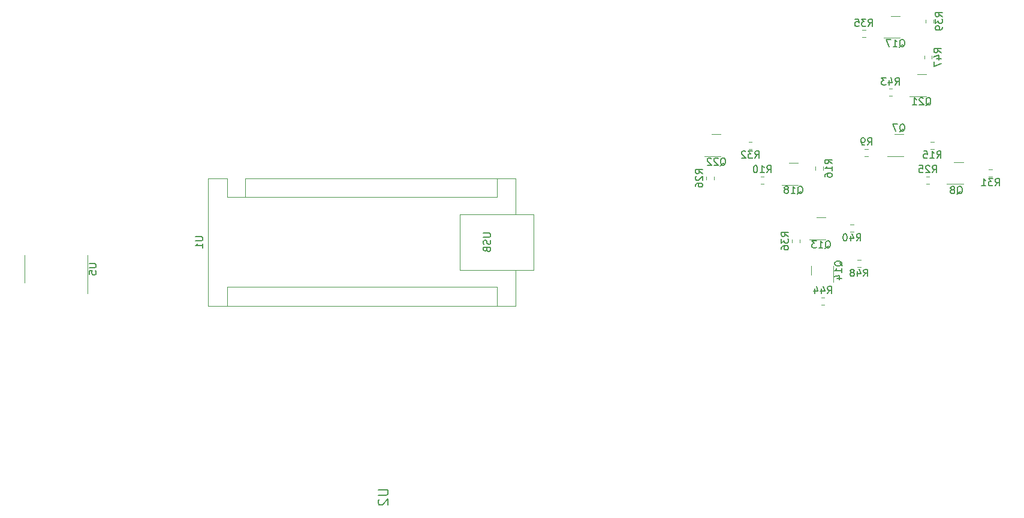
<source format=gbr>
%TF.GenerationSoftware,KiCad,Pcbnew,(7.0.0)*%
%TF.CreationDate,2023-04-25T13:09:25+01:00*%
%TF.ProjectId,controller,636f6e74-726f-46c6-9c65-722e6b696361,V1.2*%
%TF.SameCoordinates,Original*%
%TF.FileFunction,Legend,Bot*%
%TF.FilePolarity,Positive*%
%FSLAX46Y46*%
G04 Gerber Fmt 4.6, Leading zero omitted, Abs format (unit mm)*
G04 Created by KiCad (PCBNEW (7.0.0)) date 2023-04-25 13:09:25*
%MOMM*%
%LPD*%
G01*
G04 APERTURE LIST*
%ADD10C,0.150000*%
%ADD11C,0.120000*%
G04 APERTURE END LIST*
D10*
%TO.C,R25*%
X226367857Y-48437380D02*
X226701190Y-47961190D01*
X226939285Y-48437380D02*
X226939285Y-47437380D01*
X226939285Y-47437380D02*
X226558333Y-47437380D01*
X226558333Y-47437380D02*
X226463095Y-47485000D01*
X226463095Y-47485000D02*
X226415476Y-47532619D01*
X226415476Y-47532619D02*
X226367857Y-47627857D01*
X226367857Y-47627857D02*
X226367857Y-47770714D01*
X226367857Y-47770714D02*
X226415476Y-47865952D01*
X226415476Y-47865952D02*
X226463095Y-47913571D01*
X226463095Y-47913571D02*
X226558333Y-47961190D01*
X226558333Y-47961190D02*
X226939285Y-47961190D01*
X225986904Y-47532619D02*
X225939285Y-47485000D01*
X225939285Y-47485000D02*
X225844047Y-47437380D01*
X225844047Y-47437380D02*
X225605952Y-47437380D01*
X225605952Y-47437380D02*
X225510714Y-47485000D01*
X225510714Y-47485000D02*
X225463095Y-47532619D01*
X225463095Y-47532619D02*
X225415476Y-47627857D01*
X225415476Y-47627857D02*
X225415476Y-47723095D01*
X225415476Y-47723095D02*
X225463095Y-47865952D01*
X225463095Y-47865952D02*
X226034523Y-48437380D01*
X226034523Y-48437380D02*
X225415476Y-48437380D01*
X224510714Y-47437380D02*
X224986904Y-47437380D01*
X224986904Y-47437380D02*
X225034523Y-47913571D01*
X225034523Y-47913571D02*
X224986904Y-47865952D01*
X224986904Y-47865952D02*
X224891666Y-47818333D01*
X224891666Y-47818333D02*
X224653571Y-47818333D01*
X224653571Y-47818333D02*
X224558333Y-47865952D01*
X224558333Y-47865952D02*
X224510714Y-47913571D01*
X224510714Y-47913571D02*
X224463095Y-48008809D01*
X224463095Y-48008809D02*
X224463095Y-48246904D01*
X224463095Y-48246904D02*
X224510714Y-48342142D01*
X224510714Y-48342142D02*
X224558333Y-48389761D01*
X224558333Y-48389761D02*
X224653571Y-48437380D01*
X224653571Y-48437380D02*
X224891666Y-48437380D01*
X224891666Y-48437380D02*
X224986904Y-48389761D01*
X224986904Y-48389761D02*
X225034523Y-48342142D01*
%TO.C,R43*%
X221117857Y-36037380D02*
X221451190Y-35561190D01*
X221689285Y-36037380D02*
X221689285Y-35037380D01*
X221689285Y-35037380D02*
X221308333Y-35037380D01*
X221308333Y-35037380D02*
X221213095Y-35085000D01*
X221213095Y-35085000D02*
X221165476Y-35132619D01*
X221165476Y-35132619D02*
X221117857Y-35227857D01*
X221117857Y-35227857D02*
X221117857Y-35370714D01*
X221117857Y-35370714D02*
X221165476Y-35465952D01*
X221165476Y-35465952D02*
X221213095Y-35513571D01*
X221213095Y-35513571D02*
X221308333Y-35561190D01*
X221308333Y-35561190D02*
X221689285Y-35561190D01*
X220260714Y-35370714D02*
X220260714Y-36037380D01*
X220498809Y-34989761D02*
X220736904Y-35704047D01*
X220736904Y-35704047D02*
X220117857Y-35704047D01*
X219832142Y-35037380D02*
X219213095Y-35037380D01*
X219213095Y-35037380D02*
X219546428Y-35418333D01*
X219546428Y-35418333D02*
X219403571Y-35418333D01*
X219403571Y-35418333D02*
X219308333Y-35465952D01*
X219308333Y-35465952D02*
X219260714Y-35513571D01*
X219260714Y-35513571D02*
X219213095Y-35608809D01*
X219213095Y-35608809D02*
X219213095Y-35846904D01*
X219213095Y-35846904D02*
X219260714Y-35942142D01*
X219260714Y-35942142D02*
X219308333Y-35989761D01*
X219308333Y-35989761D02*
X219403571Y-36037380D01*
X219403571Y-36037380D02*
X219689285Y-36037380D01*
X219689285Y-36037380D02*
X219784523Y-35989761D01*
X219784523Y-35989761D02*
X219832142Y-35942142D01*
%TO.C,U5*%
X107297380Y-61298095D02*
X108106904Y-61298095D01*
X108106904Y-61298095D02*
X108202142Y-61345714D01*
X108202142Y-61345714D02*
X108249761Y-61393333D01*
X108249761Y-61393333D02*
X108297380Y-61488571D01*
X108297380Y-61488571D02*
X108297380Y-61679047D01*
X108297380Y-61679047D02*
X108249761Y-61774285D01*
X108249761Y-61774285D02*
X108202142Y-61821904D01*
X108202142Y-61821904D02*
X108106904Y-61869523D01*
X108106904Y-61869523D02*
X107297380Y-61869523D01*
X107297380Y-62821904D02*
X107297380Y-62345714D01*
X107297380Y-62345714D02*
X107773571Y-62298095D01*
X107773571Y-62298095D02*
X107725952Y-62345714D01*
X107725952Y-62345714D02*
X107678333Y-62440952D01*
X107678333Y-62440952D02*
X107678333Y-62679047D01*
X107678333Y-62679047D02*
X107725952Y-62774285D01*
X107725952Y-62774285D02*
X107773571Y-62821904D01*
X107773571Y-62821904D02*
X107868809Y-62869523D01*
X107868809Y-62869523D02*
X108106904Y-62869523D01*
X108106904Y-62869523D02*
X108202142Y-62821904D01*
X108202142Y-62821904D02*
X108249761Y-62774285D01*
X108249761Y-62774285D02*
X108297380Y-62679047D01*
X108297380Y-62679047D02*
X108297380Y-62440952D01*
X108297380Y-62440952D02*
X108249761Y-62345714D01*
X108249761Y-62345714D02*
X108202142Y-62298095D01*
%TO.C,R39*%
X227797380Y-26382142D02*
X227321190Y-26048809D01*
X227797380Y-25810714D02*
X226797380Y-25810714D01*
X226797380Y-25810714D02*
X226797380Y-26191666D01*
X226797380Y-26191666D02*
X226845000Y-26286904D01*
X226845000Y-26286904D02*
X226892619Y-26334523D01*
X226892619Y-26334523D02*
X226987857Y-26382142D01*
X226987857Y-26382142D02*
X227130714Y-26382142D01*
X227130714Y-26382142D02*
X227225952Y-26334523D01*
X227225952Y-26334523D02*
X227273571Y-26286904D01*
X227273571Y-26286904D02*
X227321190Y-26191666D01*
X227321190Y-26191666D02*
X227321190Y-25810714D01*
X226797380Y-26715476D02*
X226797380Y-27334523D01*
X226797380Y-27334523D02*
X227178333Y-27001190D01*
X227178333Y-27001190D02*
X227178333Y-27144047D01*
X227178333Y-27144047D02*
X227225952Y-27239285D01*
X227225952Y-27239285D02*
X227273571Y-27286904D01*
X227273571Y-27286904D02*
X227368809Y-27334523D01*
X227368809Y-27334523D02*
X227606904Y-27334523D01*
X227606904Y-27334523D02*
X227702142Y-27286904D01*
X227702142Y-27286904D02*
X227749761Y-27239285D01*
X227749761Y-27239285D02*
X227797380Y-27144047D01*
X227797380Y-27144047D02*
X227797380Y-26858333D01*
X227797380Y-26858333D02*
X227749761Y-26763095D01*
X227749761Y-26763095D02*
X227702142Y-26715476D01*
X227797380Y-27810714D02*
X227797380Y-28001190D01*
X227797380Y-28001190D02*
X227749761Y-28096428D01*
X227749761Y-28096428D02*
X227702142Y-28144047D01*
X227702142Y-28144047D02*
X227559285Y-28239285D01*
X227559285Y-28239285D02*
X227368809Y-28286904D01*
X227368809Y-28286904D02*
X226987857Y-28286904D01*
X226987857Y-28286904D02*
X226892619Y-28239285D01*
X226892619Y-28239285D02*
X226845000Y-28191666D01*
X226845000Y-28191666D02*
X226797380Y-28096428D01*
X226797380Y-28096428D02*
X226797380Y-27905952D01*
X226797380Y-27905952D02*
X226845000Y-27810714D01*
X226845000Y-27810714D02*
X226892619Y-27763095D01*
X226892619Y-27763095D02*
X226987857Y-27715476D01*
X226987857Y-27715476D02*
X227225952Y-27715476D01*
X227225952Y-27715476D02*
X227321190Y-27763095D01*
X227321190Y-27763095D02*
X227368809Y-27810714D01*
X227368809Y-27810714D02*
X227416428Y-27905952D01*
X227416428Y-27905952D02*
X227416428Y-28096428D01*
X227416428Y-28096428D02*
X227368809Y-28191666D01*
X227368809Y-28191666D02*
X227321190Y-28239285D01*
X227321190Y-28239285D02*
X227225952Y-28286904D01*
%TO.C,Q22*%
X196433928Y-47462619D02*
X196529166Y-47415000D01*
X196529166Y-47415000D02*
X196624404Y-47319761D01*
X196624404Y-47319761D02*
X196767261Y-47176904D01*
X196767261Y-47176904D02*
X196862499Y-47129285D01*
X196862499Y-47129285D02*
X196957737Y-47129285D01*
X196910118Y-47367380D02*
X197005356Y-47319761D01*
X197005356Y-47319761D02*
X197100594Y-47224523D01*
X197100594Y-47224523D02*
X197148213Y-47034047D01*
X197148213Y-47034047D02*
X197148213Y-46700714D01*
X197148213Y-46700714D02*
X197100594Y-46510238D01*
X197100594Y-46510238D02*
X197005356Y-46415000D01*
X197005356Y-46415000D02*
X196910118Y-46367380D01*
X196910118Y-46367380D02*
X196719642Y-46367380D01*
X196719642Y-46367380D02*
X196624404Y-46415000D01*
X196624404Y-46415000D02*
X196529166Y-46510238D01*
X196529166Y-46510238D02*
X196481547Y-46700714D01*
X196481547Y-46700714D02*
X196481547Y-47034047D01*
X196481547Y-47034047D02*
X196529166Y-47224523D01*
X196529166Y-47224523D02*
X196624404Y-47319761D01*
X196624404Y-47319761D02*
X196719642Y-47367380D01*
X196719642Y-47367380D02*
X196910118Y-47367380D01*
X196100594Y-46462619D02*
X196052975Y-46415000D01*
X196052975Y-46415000D02*
X195957737Y-46367380D01*
X195957737Y-46367380D02*
X195719642Y-46367380D01*
X195719642Y-46367380D02*
X195624404Y-46415000D01*
X195624404Y-46415000D02*
X195576785Y-46462619D01*
X195576785Y-46462619D02*
X195529166Y-46557857D01*
X195529166Y-46557857D02*
X195529166Y-46653095D01*
X195529166Y-46653095D02*
X195576785Y-46795952D01*
X195576785Y-46795952D02*
X196148213Y-47367380D01*
X196148213Y-47367380D02*
X195529166Y-47367380D01*
X195148213Y-46462619D02*
X195100594Y-46415000D01*
X195100594Y-46415000D02*
X195005356Y-46367380D01*
X195005356Y-46367380D02*
X194767261Y-46367380D01*
X194767261Y-46367380D02*
X194672023Y-46415000D01*
X194672023Y-46415000D02*
X194624404Y-46462619D01*
X194624404Y-46462619D02*
X194576785Y-46557857D01*
X194576785Y-46557857D02*
X194576785Y-46653095D01*
X194576785Y-46653095D02*
X194624404Y-46795952D01*
X194624404Y-46795952D02*
X195195832Y-47367380D01*
X195195832Y-47367380D02*
X194576785Y-47367380D01*
%TO.C,R9*%
X217241666Y-44537380D02*
X217574999Y-44061190D01*
X217813094Y-44537380D02*
X217813094Y-43537380D01*
X217813094Y-43537380D02*
X217432142Y-43537380D01*
X217432142Y-43537380D02*
X217336904Y-43585000D01*
X217336904Y-43585000D02*
X217289285Y-43632619D01*
X217289285Y-43632619D02*
X217241666Y-43727857D01*
X217241666Y-43727857D02*
X217241666Y-43870714D01*
X217241666Y-43870714D02*
X217289285Y-43965952D01*
X217289285Y-43965952D02*
X217336904Y-44013571D01*
X217336904Y-44013571D02*
X217432142Y-44061190D01*
X217432142Y-44061190D02*
X217813094Y-44061190D01*
X216765475Y-44537380D02*
X216574999Y-44537380D01*
X216574999Y-44537380D02*
X216479761Y-44489761D01*
X216479761Y-44489761D02*
X216432142Y-44442142D01*
X216432142Y-44442142D02*
X216336904Y-44299285D01*
X216336904Y-44299285D02*
X216289285Y-44108809D01*
X216289285Y-44108809D02*
X216289285Y-43727857D01*
X216289285Y-43727857D02*
X216336904Y-43632619D01*
X216336904Y-43632619D02*
X216384523Y-43585000D01*
X216384523Y-43585000D02*
X216479761Y-43537380D01*
X216479761Y-43537380D02*
X216670237Y-43537380D01*
X216670237Y-43537380D02*
X216765475Y-43585000D01*
X216765475Y-43585000D02*
X216813094Y-43632619D01*
X216813094Y-43632619D02*
X216860713Y-43727857D01*
X216860713Y-43727857D02*
X216860713Y-43965952D01*
X216860713Y-43965952D02*
X216813094Y-44061190D01*
X216813094Y-44061190D02*
X216765475Y-44108809D01*
X216765475Y-44108809D02*
X216670237Y-44156428D01*
X216670237Y-44156428D02*
X216479761Y-44156428D01*
X216479761Y-44156428D02*
X216384523Y-44108809D01*
X216384523Y-44108809D02*
X216336904Y-44061190D01*
X216336904Y-44061190D02*
X216289285Y-43965952D01*
%TO.C,R32*%
X201317857Y-46397380D02*
X201651190Y-45921190D01*
X201889285Y-46397380D02*
X201889285Y-45397380D01*
X201889285Y-45397380D02*
X201508333Y-45397380D01*
X201508333Y-45397380D02*
X201413095Y-45445000D01*
X201413095Y-45445000D02*
X201365476Y-45492619D01*
X201365476Y-45492619D02*
X201317857Y-45587857D01*
X201317857Y-45587857D02*
X201317857Y-45730714D01*
X201317857Y-45730714D02*
X201365476Y-45825952D01*
X201365476Y-45825952D02*
X201413095Y-45873571D01*
X201413095Y-45873571D02*
X201508333Y-45921190D01*
X201508333Y-45921190D02*
X201889285Y-45921190D01*
X200984523Y-45397380D02*
X200365476Y-45397380D01*
X200365476Y-45397380D02*
X200698809Y-45778333D01*
X200698809Y-45778333D02*
X200555952Y-45778333D01*
X200555952Y-45778333D02*
X200460714Y-45825952D01*
X200460714Y-45825952D02*
X200413095Y-45873571D01*
X200413095Y-45873571D02*
X200365476Y-45968809D01*
X200365476Y-45968809D02*
X200365476Y-46206904D01*
X200365476Y-46206904D02*
X200413095Y-46302142D01*
X200413095Y-46302142D02*
X200460714Y-46349761D01*
X200460714Y-46349761D02*
X200555952Y-46397380D01*
X200555952Y-46397380D02*
X200841666Y-46397380D01*
X200841666Y-46397380D02*
X200936904Y-46349761D01*
X200936904Y-46349761D02*
X200984523Y-46302142D01*
X199984523Y-45492619D02*
X199936904Y-45445000D01*
X199936904Y-45445000D02*
X199841666Y-45397380D01*
X199841666Y-45397380D02*
X199603571Y-45397380D01*
X199603571Y-45397380D02*
X199508333Y-45445000D01*
X199508333Y-45445000D02*
X199460714Y-45492619D01*
X199460714Y-45492619D02*
X199413095Y-45587857D01*
X199413095Y-45587857D02*
X199413095Y-45683095D01*
X199413095Y-45683095D02*
X199460714Y-45825952D01*
X199460714Y-45825952D02*
X200032142Y-46397380D01*
X200032142Y-46397380D02*
X199413095Y-46397380D01*
%TO.C,R10*%
X203017857Y-48437380D02*
X203351190Y-47961190D01*
X203589285Y-48437380D02*
X203589285Y-47437380D01*
X203589285Y-47437380D02*
X203208333Y-47437380D01*
X203208333Y-47437380D02*
X203113095Y-47485000D01*
X203113095Y-47485000D02*
X203065476Y-47532619D01*
X203065476Y-47532619D02*
X203017857Y-47627857D01*
X203017857Y-47627857D02*
X203017857Y-47770714D01*
X203017857Y-47770714D02*
X203065476Y-47865952D01*
X203065476Y-47865952D02*
X203113095Y-47913571D01*
X203113095Y-47913571D02*
X203208333Y-47961190D01*
X203208333Y-47961190D02*
X203589285Y-47961190D01*
X202065476Y-48437380D02*
X202636904Y-48437380D01*
X202351190Y-48437380D02*
X202351190Y-47437380D01*
X202351190Y-47437380D02*
X202446428Y-47580238D01*
X202446428Y-47580238D02*
X202541666Y-47675476D01*
X202541666Y-47675476D02*
X202636904Y-47723095D01*
X201446428Y-47437380D02*
X201351190Y-47437380D01*
X201351190Y-47437380D02*
X201255952Y-47485000D01*
X201255952Y-47485000D02*
X201208333Y-47532619D01*
X201208333Y-47532619D02*
X201160714Y-47627857D01*
X201160714Y-47627857D02*
X201113095Y-47818333D01*
X201113095Y-47818333D02*
X201113095Y-48056428D01*
X201113095Y-48056428D02*
X201160714Y-48246904D01*
X201160714Y-48246904D02*
X201208333Y-48342142D01*
X201208333Y-48342142D02*
X201255952Y-48389761D01*
X201255952Y-48389761D02*
X201351190Y-48437380D01*
X201351190Y-48437380D02*
X201446428Y-48437380D01*
X201446428Y-48437380D02*
X201541666Y-48389761D01*
X201541666Y-48389761D02*
X201589285Y-48342142D01*
X201589285Y-48342142D02*
X201636904Y-48246904D01*
X201636904Y-48246904D02*
X201684523Y-48056428D01*
X201684523Y-48056428D02*
X201684523Y-47818333D01*
X201684523Y-47818333D02*
X201636904Y-47627857D01*
X201636904Y-47627857D02*
X201589285Y-47532619D01*
X201589285Y-47532619D02*
X201541666Y-47485000D01*
X201541666Y-47485000D02*
X201446428Y-47437380D01*
%TO.C,R40*%
X215667857Y-58097380D02*
X216001190Y-57621190D01*
X216239285Y-58097380D02*
X216239285Y-57097380D01*
X216239285Y-57097380D02*
X215858333Y-57097380D01*
X215858333Y-57097380D02*
X215763095Y-57145000D01*
X215763095Y-57145000D02*
X215715476Y-57192619D01*
X215715476Y-57192619D02*
X215667857Y-57287857D01*
X215667857Y-57287857D02*
X215667857Y-57430714D01*
X215667857Y-57430714D02*
X215715476Y-57525952D01*
X215715476Y-57525952D02*
X215763095Y-57573571D01*
X215763095Y-57573571D02*
X215858333Y-57621190D01*
X215858333Y-57621190D02*
X216239285Y-57621190D01*
X214810714Y-57430714D02*
X214810714Y-58097380D01*
X215048809Y-57049761D02*
X215286904Y-57764047D01*
X215286904Y-57764047D02*
X214667857Y-57764047D01*
X214096428Y-57097380D02*
X214001190Y-57097380D01*
X214001190Y-57097380D02*
X213905952Y-57145000D01*
X213905952Y-57145000D02*
X213858333Y-57192619D01*
X213858333Y-57192619D02*
X213810714Y-57287857D01*
X213810714Y-57287857D02*
X213763095Y-57478333D01*
X213763095Y-57478333D02*
X213763095Y-57716428D01*
X213763095Y-57716428D02*
X213810714Y-57906904D01*
X213810714Y-57906904D02*
X213858333Y-58002142D01*
X213858333Y-58002142D02*
X213905952Y-58049761D01*
X213905952Y-58049761D02*
X214001190Y-58097380D01*
X214001190Y-58097380D02*
X214096428Y-58097380D01*
X214096428Y-58097380D02*
X214191666Y-58049761D01*
X214191666Y-58049761D02*
X214239285Y-58002142D01*
X214239285Y-58002142D02*
X214286904Y-57906904D01*
X214286904Y-57906904D02*
X214334523Y-57716428D01*
X214334523Y-57716428D02*
X214334523Y-57478333D01*
X214334523Y-57478333D02*
X214286904Y-57287857D01*
X214286904Y-57287857D02*
X214239285Y-57192619D01*
X214239285Y-57192619D02*
X214191666Y-57145000D01*
X214191666Y-57145000D02*
X214096428Y-57097380D01*
%TO.C,Q8*%
X229850238Y-51502619D02*
X229945476Y-51455000D01*
X229945476Y-51455000D02*
X230040714Y-51359761D01*
X230040714Y-51359761D02*
X230183571Y-51216904D01*
X230183571Y-51216904D02*
X230278809Y-51169285D01*
X230278809Y-51169285D02*
X230374047Y-51169285D01*
X230326428Y-51407380D02*
X230421666Y-51359761D01*
X230421666Y-51359761D02*
X230516904Y-51264523D01*
X230516904Y-51264523D02*
X230564523Y-51074047D01*
X230564523Y-51074047D02*
X230564523Y-50740714D01*
X230564523Y-50740714D02*
X230516904Y-50550238D01*
X230516904Y-50550238D02*
X230421666Y-50455000D01*
X230421666Y-50455000D02*
X230326428Y-50407380D01*
X230326428Y-50407380D02*
X230135952Y-50407380D01*
X230135952Y-50407380D02*
X230040714Y-50455000D01*
X230040714Y-50455000D02*
X229945476Y-50550238D01*
X229945476Y-50550238D02*
X229897857Y-50740714D01*
X229897857Y-50740714D02*
X229897857Y-51074047D01*
X229897857Y-51074047D02*
X229945476Y-51264523D01*
X229945476Y-51264523D02*
X230040714Y-51359761D01*
X230040714Y-51359761D02*
X230135952Y-51407380D01*
X230135952Y-51407380D02*
X230326428Y-51407380D01*
X229326428Y-50835952D02*
X229421666Y-50788333D01*
X229421666Y-50788333D02*
X229469285Y-50740714D01*
X229469285Y-50740714D02*
X229516904Y-50645476D01*
X229516904Y-50645476D02*
X229516904Y-50597857D01*
X229516904Y-50597857D02*
X229469285Y-50502619D01*
X229469285Y-50502619D02*
X229421666Y-50455000D01*
X229421666Y-50455000D02*
X229326428Y-50407380D01*
X229326428Y-50407380D02*
X229135952Y-50407380D01*
X229135952Y-50407380D02*
X229040714Y-50455000D01*
X229040714Y-50455000D02*
X228993095Y-50502619D01*
X228993095Y-50502619D02*
X228945476Y-50597857D01*
X228945476Y-50597857D02*
X228945476Y-50645476D01*
X228945476Y-50645476D02*
X228993095Y-50740714D01*
X228993095Y-50740714D02*
X229040714Y-50788333D01*
X229040714Y-50788333D02*
X229135952Y-50835952D01*
X229135952Y-50835952D02*
X229326428Y-50835952D01*
X229326428Y-50835952D02*
X229421666Y-50883571D01*
X229421666Y-50883571D02*
X229469285Y-50931190D01*
X229469285Y-50931190D02*
X229516904Y-51026428D01*
X229516904Y-51026428D02*
X229516904Y-51216904D01*
X229516904Y-51216904D02*
X229469285Y-51312142D01*
X229469285Y-51312142D02*
X229421666Y-51359761D01*
X229421666Y-51359761D02*
X229326428Y-51407380D01*
X229326428Y-51407380D02*
X229135952Y-51407380D01*
X229135952Y-51407380D02*
X229040714Y-51359761D01*
X229040714Y-51359761D02*
X228993095Y-51312142D01*
X228993095Y-51312142D02*
X228945476Y-51216904D01*
X228945476Y-51216904D02*
X228945476Y-51026428D01*
X228945476Y-51026428D02*
X228993095Y-50931190D01*
X228993095Y-50931190D02*
X229040714Y-50883571D01*
X229040714Y-50883571D02*
X229135952Y-50835952D01*
%TO.C,U2*%
X148124333Y-93251333D02*
X149257666Y-93251333D01*
X149257666Y-93251333D02*
X149391000Y-93318000D01*
X149391000Y-93318000D02*
X149457666Y-93384666D01*
X149457666Y-93384666D02*
X149524333Y-93518000D01*
X149524333Y-93518000D02*
X149524333Y-93784666D01*
X149524333Y-93784666D02*
X149457666Y-93918000D01*
X149457666Y-93918000D02*
X149391000Y-93984666D01*
X149391000Y-93984666D02*
X149257666Y-94051333D01*
X149257666Y-94051333D02*
X148124333Y-94051333D01*
X148257666Y-94651333D02*
X148191000Y-94718000D01*
X148191000Y-94718000D02*
X148124333Y-94851333D01*
X148124333Y-94851333D02*
X148124333Y-95184667D01*
X148124333Y-95184667D02*
X148191000Y-95318000D01*
X148191000Y-95318000D02*
X148257666Y-95384667D01*
X148257666Y-95384667D02*
X148391000Y-95451333D01*
X148391000Y-95451333D02*
X148524333Y-95451333D01*
X148524333Y-95451333D02*
X148724333Y-95384667D01*
X148724333Y-95384667D02*
X149524333Y-94584667D01*
X149524333Y-94584667D02*
X149524333Y-95451333D01*
%TO.C,R26*%
X193937380Y-48582142D02*
X193461190Y-48248809D01*
X193937380Y-48010714D02*
X192937380Y-48010714D01*
X192937380Y-48010714D02*
X192937380Y-48391666D01*
X192937380Y-48391666D02*
X192985000Y-48486904D01*
X192985000Y-48486904D02*
X193032619Y-48534523D01*
X193032619Y-48534523D02*
X193127857Y-48582142D01*
X193127857Y-48582142D02*
X193270714Y-48582142D01*
X193270714Y-48582142D02*
X193365952Y-48534523D01*
X193365952Y-48534523D02*
X193413571Y-48486904D01*
X193413571Y-48486904D02*
X193461190Y-48391666D01*
X193461190Y-48391666D02*
X193461190Y-48010714D01*
X193032619Y-48963095D02*
X192985000Y-49010714D01*
X192985000Y-49010714D02*
X192937380Y-49105952D01*
X192937380Y-49105952D02*
X192937380Y-49344047D01*
X192937380Y-49344047D02*
X192985000Y-49439285D01*
X192985000Y-49439285D02*
X193032619Y-49486904D01*
X193032619Y-49486904D02*
X193127857Y-49534523D01*
X193127857Y-49534523D02*
X193223095Y-49534523D01*
X193223095Y-49534523D02*
X193365952Y-49486904D01*
X193365952Y-49486904D02*
X193937380Y-48915476D01*
X193937380Y-48915476D02*
X193937380Y-49534523D01*
X192937380Y-50391666D02*
X192937380Y-50201190D01*
X192937380Y-50201190D02*
X192985000Y-50105952D01*
X192985000Y-50105952D02*
X193032619Y-50058333D01*
X193032619Y-50058333D02*
X193175476Y-49963095D01*
X193175476Y-49963095D02*
X193365952Y-49915476D01*
X193365952Y-49915476D02*
X193746904Y-49915476D01*
X193746904Y-49915476D02*
X193842142Y-49963095D01*
X193842142Y-49963095D02*
X193889761Y-50010714D01*
X193889761Y-50010714D02*
X193937380Y-50105952D01*
X193937380Y-50105952D02*
X193937380Y-50296428D01*
X193937380Y-50296428D02*
X193889761Y-50391666D01*
X193889761Y-50391666D02*
X193842142Y-50439285D01*
X193842142Y-50439285D02*
X193746904Y-50486904D01*
X193746904Y-50486904D02*
X193508809Y-50486904D01*
X193508809Y-50486904D02*
X193413571Y-50439285D01*
X193413571Y-50439285D02*
X193365952Y-50391666D01*
X193365952Y-50391666D02*
X193318333Y-50296428D01*
X193318333Y-50296428D02*
X193318333Y-50105952D01*
X193318333Y-50105952D02*
X193365952Y-50010714D01*
X193365952Y-50010714D02*
X193413571Y-49963095D01*
X193413571Y-49963095D02*
X193508809Y-49915476D01*
%TO.C,U1*%
X122337380Y-57488095D02*
X123146904Y-57488095D01*
X123146904Y-57488095D02*
X123242142Y-57535714D01*
X123242142Y-57535714D02*
X123289761Y-57583333D01*
X123289761Y-57583333D02*
X123337380Y-57678571D01*
X123337380Y-57678571D02*
X123337380Y-57869047D01*
X123337380Y-57869047D02*
X123289761Y-57964285D01*
X123289761Y-57964285D02*
X123242142Y-58011904D01*
X123242142Y-58011904D02*
X123146904Y-58059523D01*
X123146904Y-58059523D02*
X122337380Y-58059523D01*
X123337380Y-59059523D02*
X123337380Y-58488095D01*
X123337380Y-58773809D02*
X122337380Y-58773809D01*
X122337380Y-58773809D02*
X122480238Y-58678571D01*
X122480238Y-58678571D02*
X122575476Y-58583333D01*
X122575476Y-58583333D02*
X122623095Y-58488095D01*
X162977380Y-56988095D02*
X163786904Y-56988095D01*
X163786904Y-56988095D02*
X163882142Y-57035714D01*
X163882142Y-57035714D02*
X163929761Y-57083333D01*
X163929761Y-57083333D02*
X163977380Y-57178571D01*
X163977380Y-57178571D02*
X163977380Y-57369047D01*
X163977380Y-57369047D02*
X163929761Y-57464285D01*
X163929761Y-57464285D02*
X163882142Y-57511904D01*
X163882142Y-57511904D02*
X163786904Y-57559523D01*
X163786904Y-57559523D02*
X162977380Y-57559523D01*
X163929761Y-57988095D02*
X163977380Y-58130952D01*
X163977380Y-58130952D02*
X163977380Y-58369047D01*
X163977380Y-58369047D02*
X163929761Y-58464285D01*
X163929761Y-58464285D02*
X163882142Y-58511904D01*
X163882142Y-58511904D02*
X163786904Y-58559523D01*
X163786904Y-58559523D02*
X163691666Y-58559523D01*
X163691666Y-58559523D02*
X163596428Y-58511904D01*
X163596428Y-58511904D02*
X163548809Y-58464285D01*
X163548809Y-58464285D02*
X163501190Y-58369047D01*
X163501190Y-58369047D02*
X163453571Y-58178571D01*
X163453571Y-58178571D02*
X163405952Y-58083333D01*
X163405952Y-58083333D02*
X163358333Y-58035714D01*
X163358333Y-58035714D02*
X163263095Y-57988095D01*
X163263095Y-57988095D02*
X163167857Y-57988095D01*
X163167857Y-57988095D02*
X163072619Y-58035714D01*
X163072619Y-58035714D02*
X163025000Y-58083333D01*
X163025000Y-58083333D02*
X162977380Y-58178571D01*
X162977380Y-58178571D02*
X162977380Y-58416666D01*
X162977380Y-58416666D02*
X163025000Y-58559523D01*
X163453571Y-59321428D02*
X163501190Y-59464285D01*
X163501190Y-59464285D02*
X163548809Y-59511904D01*
X163548809Y-59511904D02*
X163644047Y-59559523D01*
X163644047Y-59559523D02*
X163786904Y-59559523D01*
X163786904Y-59559523D02*
X163882142Y-59511904D01*
X163882142Y-59511904D02*
X163929761Y-59464285D01*
X163929761Y-59464285D02*
X163977380Y-59369047D01*
X163977380Y-59369047D02*
X163977380Y-58988095D01*
X163977380Y-58988095D02*
X162977380Y-58988095D01*
X162977380Y-58988095D02*
X162977380Y-59321428D01*
X162977380Y-59321428D02*
X163025000Y-59416666D01*
X163025000Y-59416666D02*
X163072619Y-59464285D01*
X163072619Y-59464285D02*
X163167857Y-59511904D01*
X163167857Y-59511904D02*
X163263095Y-59511904D01*
X163263095Y-59511904D02*
X163358333Y-59464285D01*
X163358333Y-59464285D02*
X163405952Y-59416666D01*
X163405952Y-59416666D02*
X163453571Y-59321428D01*
X163453571Y-59321428D02*
X163453571Y-58988095D01*
%TO.C,R35*%
X217342857Y-27737380D02*
X217676190Y-27261190D01*
X217914285Y-27737380D02*
X217914285Y-26737380D01*
X217914285Y-26737380D02*
X217533333Y-26737380D01*
X217533333Y-26737380D02*
X217438095Y-26785000D01*
X217438095Y-26785000D02*
X217390476Y-26832619D01*
X217390476Y-26832619D02*
X217342857Y-26927857D01*
X217342857Y-26927857D02*
X217342857Y-27070714D01*
X217342857Y-27070714D02*
X217390476Y-27165952D01*
X217390476Y-27165952D02*
X217438095Y-27213571D01*
X217438095Y-27213571D02*
X217533333Y-27261190D01*
X217533333Y-27261190D02*
X217914285Y-27261190D01*
X217009523Y-26737380D02*
X216390476Y-26737380D01*
X216390476Y-26737380D02*
X216723809Y-27118333D01*
X216723809Y-27118333D02*
X216580952Y-27118333D01*
X216580952Y-27118333D02*
X216485714Y-27165952D01*
X216485714Y-27165952D02*
X216438095Y-27213571D01*
X216438095Y-27213571D02*
X216390476Y-27308809D01*
X216390476Y-27308809D02*
X216390476Y-27546904D01*
X216390476Y-27546904D02*
X216438095Y-27642142D01*
X216438095Y-27642142D02*
X216485714Y-27689761D01*
X216485714Y-27689761D02*
X216580952Y-27737380D01*
X216580952Y-27737380D02*
X216866666Y-27737380D01*
X216866666Y-27737380D02*
X216961904Y-27689761D01*
X216961904Y-27689761D02*
X217009523Y-27642142D01*
X215485714Y-26737380D02*
X215961904Y-26737380D01*
X215961904Y-26737380D02*
X216009523Y-27213571D01*
X216009523Y-27213571D02*
X215961904Y-27165952D01*
X215961904Y-27165952D02*
X215866666Y-27118333D01*
X215866666Y-27118333D02*
X215628571Y-27118333D01*
X215628571Y-27118333D02*
X215533333Y-27165952D01*
X215533333Y-27165952D02*
X215485714Y-27213571D01*
X215485714Y-27213571D02*
X215438095Y-27308809D01*
X215438095Y-27308809D02*
X215438095Y-27546904D01*
X215438095Y-27546904D02*
X215485714Y-27642142D01*
X215485714Y-27642142D02*
X215533333Y-27689761D01*
X215533333Y-27689761D02*
X215628571Y-27737380D01*
X215628571Y-27737380D02*
X215866666Y-27737380D01*
X215866666Y-27737380D02*
X215961904Y-27689761D01*
X215961904Y-27689761D02*
X216009523Y-27642142D01*
%TO.C,Q13*%
X211233928Y-59162619D02*
X211329166Y-59115000D01*
X211329166Y-59115000D02*
X211424404Y-59019761D01*
X211424404Y-59019761D02*
X211567261Y-58876904D01*
X211567261Y-58876904D02*
X211662499Y-58829285D01*
X211662499Y-58829285D02*
X211757737Y-58829285D01*
X211710118Y-59067380D02*
X211805356Y-59019761D01*
X211805356Y-59019761D02*
X211900594Y-58924523D01*
X211900594Y-58924523D02*
X211948213Y-58734047D01*
X211948213Y-58734047D02*
X211948213Y-58400714D01*
X211948213Y-58400714D02*
X211900594Y-58210238D01*
X211900594Y-58210238D02*
X211805356Y-58115000D01*
X211805356Y-58115000D02*
X211710118Y-58067380D01*
X211710118Y-58067380D02*
X211519642Y-58067380D01*
X211519642Y-58067380D02*
X211424404Y-58115000D01*
X211424404Y-58115000D02*
X211329166Y-58210238D01*
X211329166Y-58210238D02*
X211281547Y-58400714D01*
X211281547Y-58400714D02*
X211281547Y-58734047D01*
X211281547Y-58734047D02*
X211329166Y-58924523D01*
X211329166Y-58924523D02*
X211424404Y-59019761D01*
X211424404Y-59019761D02*
X211519642Y-59067380D01*
X211519642Y-59067380D02*
X211710118Y-59067380D01*
X210329166Y-59067380D02*
X210900594Y-59067380D01*
X210614880Y-59067380D02*
X210614880Y-58067380D01*
X210614880Y-58067380D02*
X210710118Y-58210238D01*
X210710118Y-58210238D02*
X210805356Y-58305476D01*
X210805356Y-58305476D02*
X210900594Y-58353095D01*
X209995832Y-58067380D02*
X209376785Y-58067380D01*
X209376785Y-58067380D02*
X209710118Y-58448333D01*
X209710118Y-58448333D02*
X209567261Y-58448333D01*
X209567261Y-58448333D02*
X209472023Y-58495952D01*
X209472023Y-58495952D02*
X209424404Y-58543571D01*
X209424404Y-58543571D02*
X209376785Y-58638809D01*
X209376785Y-58638809D02*
X209376785Y-58876904D01*
X209376785Y-58876904D02*
X209424404Y-58972142D01*
X209424404Y-58972142D02*
X209472023Y-59019761D01*
X209472023Y-59019761D02*
X209567261Y-59067380D01*
X209567261Y-59067380D02*
X209852975Y-59067380D01*
X209852975Y-59067380D02*
X209948213Y-59019761D01*
X209948213Y-59019761D02*
X209995832Y-58972142D01*
%TO.C,Q14*%
X213662619Y-61666071D02*
X213615000Y-61570833D01*
X213615000Y-61570833D02*
X213519761Y-61475595D01*
X213519761Y-61475595D02*
X213376904Y-61332738D01*
X213376904Y-61332738D02*
X213329285Y-61237500D01*
X213329285Y-61237500D02*
X213329285Y-61142262D01*
X213567380Y-61189881D02*
X213519761Y-61094643D01*
X213519761Y-61094643D02*
X213424523Y-60999405D01*
X213424523Y-60999405D02*
X213234047Y-60951786D01*
X213234047Y-60951786D02*
X212900714Y-60951786D01*
X212900714Y-60951786D02*
X212710238Y-60999405D01*
X212710238Y-60999405D02*
X212615000Y-61094643D01*
X212615000Y-61094643D02*
X212567380Y-61189881D01*
X212567380Y-61189881D02*
X212567380Y-61380357D01*
X212567380Y-61380357D02*
X212615000Y-61475595D01*
X212615000Y-61475595D02*
X212710238Y-61570833D01*
X212710238Y-61570833D02*
X212900714Y-61618452D01*
X212900714Y-61618452D02*
X213234047Y-61618452D01*
X213234047Y-61618452D02*
X213424523Y-61570833D01*
X213424523Y-61570833D02*
X213519761Y-61475595D01*
X213519761Y-61475595D02*
X213567380Y-61380357D01*
X213567380Y-61380357D02*
X213567380Y-61189881D01*
X213567380Y-62570833D02*
X213567380Y-61999405D01*
X213567380Y-62285119D02*
X212567380Y-62285119D01*
X212567380Y-62285119D02*
X212710238Y-62189881D01*
X212710238Y-62189881D02*
X212805476Y-62094643D01*
X212805476Y-62094643D02*
X212853095Y-61999405D01*
X212900714Y-63427976D02*
X213567380Y-63427976D01*
X212519761Y-63189881D02*
X213234047Y-62951786D01*
X213234047Y-62951786D02*
X213234047Y-63570833D01*
%TO.C,Q17*%
X221733928Y-30712619D02*
X221829166Y-30665000D01*
X221829166Y-30665000D02*
X221924404Y-30569761D01*
X221924404Y-30569761D02*
X222067261Y-30426904D01*
X222067261Y-30426904D02*
X222162499Y-30379285D01*
X222162499Y-30379285D02*
X222257737Y-30379285D01*
X222210118Y-30617380D02*
X222305356Y-30569761D01*
X222305356Y-30569761D02*
X222400594Y-30474523D01*
X222400594Y-30474523D02*
X222448213Y-30284047D01*
X222448213Y-30284047D02*
X222448213Y-29950714D01*
X222448213Y-29950714D02*
X222400594Y-29760238D01*
X222400594Y-29760238D02*
X222305356Y-29665000D01*
X222305356Y-29665000D02*
X222210118Y-29617380D01*
X222210118Y-29617380D02*
X222019642Y-29617380D01*
X222019642Y-29617380D02*
X221924404Y-29665000D01*
X221924404Y-29665000D02*
X221829166Y-29760238D01*
X221829166Y-29760238D02*
X221781547Y-29950714D01*
X221781547Y-29950714D02*
X221781547Y-30284047D01*
X221781547Y-30284047D02*
X221829166Y-30474523D01*
X221829166Y-30474523D02*
X221924404Y-30569761D01*
X221924404Y-30569761D02*
X222019642Y-30617380D01*
X222019642Y-30617380D02*
X222210118Y-30617380D01*
X220829166Y-30617380D02*
X221400594Y-30617380D01*
X221114880Y-30617380D02*
X221114880Y-29617380D01*
X221114880Y-29617380D02*
X221210118Y-29760238D01*
X221210118Y-29760238D02*
X221305356Y-29855476D01*
X221305356Y-29855476D02*
X221400594Y-29903095D01*
X220495832Y-29617380D02*
X219829166Y-29617380D01*
X219829166Y-29617380D02*
X220257737Y-30617380D01*
%TO.C,Q21*%
X225433928Y-38962619D02*
X225529166Y-38915000D01*
X225529166Y-38915000D02*
X225624404Y-38819761D01*
X225624404Y-38819761D02*
X225767261Y-38676904D01*
X225767261Y-38676904D02*
X225862499Y-38629285D01*
X225862499Y-38629285D02*
X225957737Y-38629285D01*
X225910118Y-38867380D02*
X226005356Y-38819761D01*
X226005356Y-38819761D02*
X226100594Y-38724523D01*
X226100594Y-38724523D02*
X226148213Y-38534047D01*
X226148213Y-38534047D02*
X226148213Y-38200714D01*
X226148213Y-38200714D02*
X226100594Y-38010238D01*
X226100594Y-38010238D02*
X226005356Y-37915000D01*
X226005356Y-37915000D02*
X225910118Y-37867380D01*
X225910118Y-37867380D02*
X225719642Y-37867380D01*
X225719642Y-37867380D02*
X225624404Y-37915000D01*
X225624404Y-37915000D02*
X225529166Y-38010238D01*
X225529166Y-38010238D02*
X225481547Y-38200714D01*
X225481547Y-38200714D02*
X225481547Y-38534047D01*
X225481547Y-38534047D02*
X225529166Y-38724523D01*
X225529166Y-38724523D02*
X225624404Y-38819761D01*
X225624404Y-38819761D02*
X225719642Y-38867380D01*
X225719642Y-38867380D02*
X225910118Y-38867380D01*
X225100594Y-37962619D02*
X225052975Y-37915000D01*
X225052975Y-37915000D02*
X224957737Y-37867380D01*
X224957737Y-37867380D02*
X224719642Y-37867380D01*
X224719642Y-37867380D02*
X224624404Y-37915000D01*
X224624404Y-37915000D02*
X224576785Y-37962619D01*
X224576785Y-37962619D02*
X224529166Y-38057857D01*
X224529166Y-38057857D02*
X224529166Y-38153095D01*
X224529166Y-38153095D02*
X224576785Y-38295952D01*
X224576785Y-38295952D02*
X225148213Y-38867380D01*
X225148213Y-38867380D02*
X224529166Y-38867380D01*
X223576785Y-38867380D02*
X224148213Y-38867380D01*
X223862499Y-38867380D02*
X223862499Y-37867380D01*
X223862499Y-37867380D02*
X223957737Y-38010238D01*
X223957737Y-38010238D02*
X224052975Y-38105476D01*
X224052975Y-38105476D02*
X224148213Y-38153095D01*
%TO.C,R16*%
X212197380Y-47182142D02*
X211721190Y-46848809D01*
X212197380Y-46610714D02*
X211197380Y-46610714D01*
X211197380Y-46610714D02*
X211197380Y-46991666D01*
X211197380Y-46991666D02*
X211245000Y-47086904D01*
X211245000Y-47086904D02*
X211292619Y-47134523D01*
X211292619Y-47134523D02*
X211387857Y-47182142D01*
X211387857Y-47182142D02*
X211530714Y-47182142D01*
X211530714Y-47182142D02*
X211625952Y-47134523D01*
X211625952Y-47134523D02*
X211673571Y-47086904D01*
X211673571Y-47086904D02*
X211721190Y-46991666D01*
X211721190Y-46991666D02*
X211721190Y-46610714D01*
X212197380Y-48134523D02*
X212197380Y-47563095D01*
X212197380Y-47848809D02*
X211197380Y-47848809D01*
X211197380Y-47848809D02*
X211340238Y-47753571D01*
X211340238Y-47753571D02*
X211435476Y-47658333D01*
X211435476Y-47658333D02*
X211483095Y-47563095D01*
X211197380Y-48991666D02*
X211197380Y-48801190D01*
X211197380Y-48801190D02*
X211245000Y-48705952D01*
X211245000Y-48705952D02*
X211292619Y-48658333D01*
X211292619Y-48658333D02*
X211435476Y-48563095D01*
X211435476Y-48563095D02*
X211625952Y-48515476D01*
X211625952Y-48515476D02*
X212006904Y-48515476D01*
X212006904Y-48515476D02*
X212102142Y-48563095D01*
X212102142Y-48563095D02*
X212149761Y-48610714D01*
X212149761Y-48610714D02*
X212197380Y-48705952D01*
X212197380Y-48705952D02*
X212197380Y-48896428D01*
X212197380Y-48896428D02*
X212149761Y-48991666D01*
X212149761Y-48991666D02*
X212102142Y-49039285D01*
X212102142Y-49039285D02*
X212006904Y-49086904D01*
X212006904Y-49086904D02*
X211768809Y-49086904D01*
X211768809Y-49086904D02*
X211673571Y-49039285D01*
X211673571Y-49039285D02*
X211625952Y-48991666D01*
X211625952Y-48991666D02*
X211578333Y-48896428D01*
X211578333Y-48896428D02*
X211578333Y-48705952D01*
X211578333Y-48705952D02*
X211625952Y-48610714D01*
X211625952Y-48610714D02*
X211673571Y-48563095D01*
X211673571Y-48563095D02*
X211768809Y-48515476D01*
%TO.C,R31*%
X235242857Y-50297380D02*
X235576190Y-49821190D01*
X235814285Y-50297380D02*
X235814285Y-49297380D01*
X235814285Y-49297380D02*
X235433333Y-49297380D01*
X235433333Y-49297380D02*
X235338095Y-49345000D01*
X235338095Y-49345000D02*
X235290476Y-49392619D01*
X235290476Y-49392619D02*
X235242857Y-49487857D01*
X235242857Y-49487857D02*
X235242857Y-49630714D01*
X235242857Y-49630714D02*
X235290476Y-49725952D01*
X235290476Y-49725952D02*
X235338095Y-49773571D01*
X235338095Y-49773571D02*
X235433333Y-49821190D01*
X235433333Y-49821190D02*
X235814285Y-49821190D01*
X234909523Y-49297380D02*
X234290476Y-49297380D01*
X234290476Y-49297380D02*
X234623809Y-49678333D01*
X234623809Y-49678333D02*
X234480952Y-49678333D01*
X234480952Y-49678333D02*
X234385714Y-49725952D01*
X234385714Y-49725952D02*
X234338095Y-49773571D01*
X234338095Y-49773571D02*
X234290476Y-49868809D01*
X234290476Y-49868809D02*
X234290476Y-50106904D01*
X234290476Y-50106904D02*
X234338095Y-50202142D01*
X234338095Y-50202142D02*
X234385714Y-50249761D01*
X234385714Y-50249761D02*
X234480952Y-50297380D01*
X234480952Y-50297380D02*
X234766666Y-50297380D01*
X234766666Y-50297380D02*
X234861904Y-50249761D01*
X234861904Y-50249761D02*
X234909523Y-50202142D01*
X233338095Y-50297380D02*
X233909523Y-50297380D01*
X233623809Y-50297380D02*
X233623809Y-49297380D01*
X233623809Y-49297380D02*
X233719047Y-49440238D01*
X233719047Y-49440238D02*
X233814285Y-49535476D01*
X233814285Y-49535476D02*
X233909523Y-49583095D01*
%TO.C,R48*%
X216667857Y-63097380D02*
X217001190Y-62621190D01*
X217239285Y-63097380D02*
X217239285Y-62097380D01*
X217239285Y-62097380D02*
X216858333Y-62097380D01*
X216858333Y-62097380D02*
X216763095Y-62145000D01*
X216763095Y-62145000D02*
X216715476Y-62192619D01*
X216715476Y-62192619D02*
X216667857Y-62287857D01*
X216667857Y-62287857D02*
X216667857Y-62430714D01*
X216667857Y-62430714D02*
X216715476Y-62525952D01*
X216715476Y-62525952D02*
X216763095Y-62573571D01*
X216763095Y-62573571D02*
X216858333Y-62621190D01*
X216858333Y-62621190D02*
X217239285Y-62621190D01*
X215810714Y-62430714D02*
X215810714Y-63097380D01*
X216048809Y-62049761D02*
X216286904Y-62764047D01*
X216286904Y-62764047D02*
X215667857Y-62764047D01*
X215144047Y-62525952D02*
X215239285Y-62478333D01*
X215239285Y-62478333D02*
X215286904Y-62430714D01*
X215286904Y-62430714D02*
X215334523Y-62335476D01*
X215334523Y-62335476D02*
X215334523Y-62287857D01*
X215334523Y-62287857D02*
X215286904Y-62192619D01*
X215286904Y-62192619D02*
X215239285Y-62145000D01*
X215239285Y-62145000D02*
X215144047Y-62097380D01*
X215144047Y-62097380D02*
X214953571Y-62097380D01*
X214953571Y-62097380D02*
X214858333Y-62145000D01*
X214858333Y-62145000D02*
X214810714Y-62192619D01*
X214810714Y-62192619D02*
X214763095Y-62287857D01*
X214763095Y-62287857D02*
X214763095Y-62335476D01*
X214763095Y-62335476D02*
X214810714Y-62430714D01*
X214810714Y-62430714D02*
X214858333Y-62478333D01*
X214858333Y-62478333D02*
X214953571Y-62525952D01*
X214953571Y-62525952D02*
X215144047Y-62525952D01*
X215144047Y-62525952D02*
X215239285Y-62573571D01*
X215239285Y-62573571D02*
X215286904Y-62621190D01*
X215286904Y-62621190D02*
X215334523Y-62716428D01*
X215334523Y-62716428D02*
X215334523Y-62906904D01*
X215334523Y-62906904D02*
X215286904Y-63002142D01*
X215286904Y-63002142D02*
X215239285Y-63049761D01*
X215239285Y-63049761D02*
X215144047Y-63097380D01*
X215144047Y-63097380D02*
X214953571Y-63097380D01*
X214953571Y-63097380D02*
X214858333Y-63049761D01*
X214858333Y-63049761D02*
X214810714Y-63002142D01*
X214810714Y-63002142D02*
X214763095Y-62906904D01*
X214763095Y-62906904D02*
X214763095Y-62716428D01*
X214763095Y-62716428D02*
X214810714Y-62621190D01*
X214810714Y-62621190D02*
X214858333Y-62573571D01*
X214858333Y-62573571D02*
X214953571Y-62525952D01*
%TO.C,Q18*%
X207333928Y-51462619D02*
X207429166Y-51415000D01*
X207429166Y-51415000D02*
X207524404Y-51319761D01*
X207524404Y-51319761D02*
X207667261Y-51176904D01*
X207667261Y-51176904D02*
X207762499Y-51129285D01*
X207762499Y-51129285D02*
X207857737Y-51129285D01*
X207810118Y-51367380D02*
X207905356Y-51319761D01*
X207905356Y-51319761D02*
X208000594Y-51224523D01*
X208000594Y-51224523D02*
X208048213Y-51034047D01*
X208048213Y-51034047D02*
X208048213Y-50700714D01*
X208048213Y-50700714D02*
X208000594Y-50510238D01*
X208000594Y-50510238D02*
X207905356Y-50415000D01*
X207905356Y-50415000D02*
X207810118Y-50367380D01*
X207810118Y-50367380D02*
X207619642Y-50367380D01*
X207619642Y-50367380D02*
X207524404Y-50415000D01*
X207524404Y-50415000D02*
X207429166Y-50510238D01*
X207429166Y-50510238D02*
X207381547Y-50700714D01*
X207381547Y-50700714D02*
X207381547Y-51034047D01*
X207381547Y-51034047D02*
X207429166Y-51224523D01*
X207429166Y-51224523D02*
X207524404Y-51319761D01*
X207524404Y-51319761D02*
X207619642Y-51367380D01*
X207619642Y-51367380D02*
X207810118Y-51367380D01*
X206429166Y-51367380D02*
X207000594Y-51367380D01*
X206714880Y-51367380D02*
X206714880Y-50367380D01*
X206714880Y-50367380D02*
X206810118Y-50510238D01*
X206810118Y-50510238D02*
X206905356Y-50605476D01*
X206905356Y-50605476D02*
X207000594Y-50653095D01*
X205857737Y-50795952D02*
X205952975Y-50748333D01*
X205952975Y-50748333D02*
X206000594Y-50700714D01*
X206000594Y-50700714D02*
X206048213Y-50605476D01*
X206048213Y-50605476D02*
X206048213Y-50557857D01*
X206048213Y-50557857D02*
X206000594Y-50462619D01*
X206000594Y-50462619D02*
X205952975Y-50415000D01*
X205952975Y-50415000D02*
X205857737Y-50367380D01*
X205857737Y-50367380D02*
X205667261Y-50367380D01*
X205667261Y-50367380D02*
X205572023Y-50415000D01*
X205572023Y-50415000D02*
X205524404Y-50462619D01*
X205524404Y-50462619D02*
X205476785Y-50557857D01*
X205476785Y-50557857D02*
X205476785Y-50605476D01*
X205476785Y-50605476D02*
X205524404Y-50700714D01*
X205524404Y-50700714D02*
X205572023Y-50748333D01*
X205572023Y-50748333D02*
X205667261Y-50795952D01*
X205667261Y-50795952D02*
X205857737Y-50795952D01*
X205857737Y-50795952D02*
X205952975Y-50843571D01*
X205952975Y-50843571D02*
X206000594Y-50891190D01*
X206000594Y-50891190D02*
X206048213Y-50986428D01*
X206048213Y-50986428D02*
X206048213Y-51176904D01*
X206048213Y-51176904D02*
X206000594Y-51272142D01*
X206000594Y-51272142D02*
X205952975Y-51319761D01*
X205952975Y-51319761D02*
X205857737Y-51367380D01*
X205857737Y-51367380D02*
X205667261Y-51367380D01*
X205667261Y-51367380D02*
X205572023Y-51319761D01*
X205572023Y-51319761D02*
X205524404Y-51272142D01*
X205524404Y-51272142D02*
X205476785Y-51176904D01*
X205476785Y-51176904D02*
X205476785Y-50986428D01*
X205476785Y-50986428D02*
X205524404Y-50891190D01*
X205524404Y-50891190D02*
X205572023Y-50843571D01*
X205572023Y-50843571D02*
X205667261Y-50795952D01*
%TO.C,R47*%
X227597380Y-31482142D02*
X227121190Y-31148809D01*
X227597380Y-30910714D02*
X226597380Y-30910714D01*
X226597380Y-30910714D02*
X226597380Y-31291666D01*
X226597380Y-31291666D02*
X226645000Y-31386904D01*
X226645000Y-31386904D02*
X226692619Y-31434523D01*
X226692619Y-31434523D02*
X226787857Y-31482142D01*
X226787857Y-31482142D02*
X226930714Y-31482142D01*
X226930714Y-31482142D02*
X227025952Y-31434523D01*
X227025952Y-31434523D02*
X227073571Y-31386904D01*
X227073571Y-31386904D02*
X227121190Y-31291666D01*
X227121190Y-31291666D02*
X227121190Y-30910714D01*
X226930714Y-32339285D02*
X227597380Y-32339285D01*
X226549761Y-32101190D02*
X227264047Y-31863095D01*
X227264047Y-31863095D02*
X227264047Y-32482142D01*
X226597380Y-32767857D02*
X226597380Y-33434523D01*
X226597380Y-33434523D02*
X227597380Y-33005952D01*
%TO.C,R36*%
X206037380Y-57457142D02*
X205561190Y-57123809D01*
X206037380Y-56885714D02*
X205037380Y-56885714D01*
X205037380Y-56885714D02*
X205037380Y-57266666D01*
X205037380Y-57266666D02*
X205085000Y-57361904D01*
X205085000Y-57361904D02*
X205132619Y-57409523D01*
X205132619Y-57409523D02*
X205227857Y-57457142D01*
X205227857Y-57457142D02*
X205370714Y-57457142D01*
X205370714Y-57457142D02*
X205465952Y-57409523D01*
X205465952Y-57409523D02*
X205513571Y-57361904D01*
X205513571Y-57361904D02*
X205561190Y-57266666D01*
X205561190Y-57266666D02*
X205561190Y-56885714D01*
X205037380Y-57790476D02*
X205037380Y-58409523D01*
X205037380Y-58409523D02*
X205418333Y-58076190D01*
X205418333Y-58076190D02*
X205418333Y-58219047D01*
X205418333Y-58219047D02*
X205465952Y-58314285D01*
X205465952Y-58314285D02*
X205513571Y-58361904D01*
X205513571Y-58361904D02*
X205608809Y-58409523D01*
X205608809Y-58409523D02*
X205846904Y-58409523D01*
X205846904Y-58409523D02*
X205942142Y-58361904D01*
X205942142Y-58361904D02*
X205989761Y-58314285D01*
X205989761Y-58314285D02*
X206037380Y-58219047D01*
X206037380Y-58219047D02*
X206037380Y-57933333D01*
X206037380Y-57933333D02*
X205989761Y-57838095D01*
X205989761Y-57838095D02*
X205942142Y-57790476D01*
X205037380Y-59266666D02*
X205037380Y-59076190D01*
X205037380Y-59076190D02*
X205085000Y-58980952D01*
X205085000Y-58980952D02*
X205132619Y-58933333D01*
X205132619Y-58933333D02*
X205275476Y-58838095D01*
X205275476Y-58838095D02*
X205465952Y-58790476D01*
X205465952Y-58790476D02*
X205846904Y-58790476D01*
X205846904Y-58790476D02*
X205942142Y-58838095D01*
X205942142Y-58838095D02*
X205989761Y-58885714D01*
X205989761Y-58885714D02*
X206037380Y-58980952D01*
X206037380Y-58980952D02*
X206037380Y-59171428D01*
X206037380Y-59171428D02*
X205989761Y-59266666D01*
X205989761Y-59266666D02*
X205942142Y-59314285D01*
X205942142Y-59314285D02*
X205846904Y-59361904D01*
X205846904Y-59361904D02*
X205608809Y-59361904D01*
X205608809Y-59361904D02*
X205513571Y-59314285D01*
X205513571Y-59314285D02*
X205465952Y-59266666D01*
X205465952Y-59266666D02*
X205418333Y-59171428D01*
X205418333Y-59171428D02*
X205418333Y-58980952D01*
X205418333Y-58980952D02*
X205465952Y-58885714D01*
X205465952Y-58885714D02*
X205513571Y-58838095D01*
X205513571Y-58838095D02*
X205608809Y-58790476D01*
%TO.C,R15*%
X227017857Y-46397380D02*
X227351190Y-45921190D01*
X227589285Y-46397380D02*
X227589285Y-45397380D01*
X227589285Y-45397380D02*
X227208333Y-45397380D01*
X227208333Y-45397380D02*
X227113095Y-45445000D01*
X227113095Y-45445000D02*
X227065476Y-45492619D01*
X227065476Y-45492619D02*
X227017857Y-45587857D01*
X227017857Y-45587857D02*
X227017857Y-45730714D01*
X227017857Y-45730714D02*
X227065476Y-45825952D01*
X227065476Y-45825952D02*
X227113095Y-45873571D01*
X227113095Y-45873571D02*
X227208333Y-45921190D01*
X227208333Y-45921190D02*
X227589285Y-45921190D01*
X226065476Y-46397380D02*
X226636904Y-46397380D01*
X226351190Y-46397380D02*
X226351190Y-45397380D01*
X226351190Y-45397380D02*
X226446428Y-45540238D01*
X226446428Y-45540238D02*
X226541666Y-45635476D01*
X226541666Y-45635476D02*
X226636904Y-45683095D01*
X225160714Y-45397380D02*
X225636904Y-45397380D01*
X225636904Y-45397380D02*
X225684523Y-45873571D01*
X225684523Y-45873571D02*
X225636904Y-45825952D01*
X225636904Y-45825952D02*
X225541666Y-45778333D01*
X225541666Y-45778333D02*
X225303571Y-45778333D01*
X225303571Y-45778333D02*
X225208333Y-45825952D01*
X225208333Y-45825952D02*
X225160714Y-45873571D01*
X225160714Y-45873571D02*
X225113095Y-45968809D01*
X225113095Y-45968809D02*
X225113095Y-46206904D01*
X225113095Y-46206904D02*
X225160714Y-46302142D01*
X225160714Y-46302142D02*
X225208333Y-46349761D01*
X225208333Y-46349761D02*
X225303571Y-46397380D01*
X225303571Y-46397380D02*
X225541666Y-46397380D01*
X225541666Y-46397380D02*
X225636904Y-46349761D01*
X225636904Y-46349761D02*
X225684523Y-46302142D01*
%TO.C,R44*%
X211567857Y-65537380D02*
X211901190Y-65061190D01*
X212139285Y-65537380D02*
X212139285Y-64537380D01*
X212139285Y-64537380D02*
X211758333Y-64537380D01*
X211758333Y-64537380D02*
X211663095Y-64585000D01*
X211663095Y-64585000D02*
X211615476Y-64632619D01*
X211615476Y-64632619D02*
X211567857Y-64727857D01*
X211567857Y-64727857D02*
X211567857Y-64870714D01*
X211567857Y-64870714D02*
X211615476Y-64965952D01*
X211615476Y-64965952D02*
X211663095Y-65013571D01*
X211663095Y-65013571D02*
X211758333Y-65061190D01*
X211758333Y-65061190D02*
X212139285Y-65061190D01*
X210710714Y-64870714D02*
X210710714Y-65537380D01*
X210948809Y-64489761D02*
X211186904Y-65204047D01*
X211186904Y-65204047D02*
X210567857Y-65204047D01*
X209758333Y-64870714D02*
X209758333Y-65537380D01*
X209996428Y-64489761D02*
X210234523Y-65204047D01*
X210234523Y-65204047D02*
X209615476Y-65204047D01*
%TO.C,Q7*%
X221757738Y-42662619D02*
X221852976Y-42615000D01*
X221852976Y-42615000D02*
X221948214Y-42519761D01*
X221948214Y-42519761D02*
X222091071Y-42376904D01*
X222091071Y-42376904D02*
X222186309Y-42329285D01*
X222186309Y-42329285D02*
X222281547Y-42329285D01*
X222233928Y-42567380D02*
X222329166Y-42519761D01*
X222329166Y-42519761D02*
X222424404Y-42424523D01*
X222424404Y-42424523D02*
X222472023Y-42234047D01*
X222472023Y-42234047D02*
X222472023Y-41900714D01*
X222472023Y-41900714D02*
X222424404Y-41710238D01*
X222424404Y-41710238D02*
X222329166Y-41615000D01*
X222329166Y-41615000D02*
X222233928Y-41567380D01*
X222233928Y-41567380D02*
X222043452Y-41567380D01*
X222043452Y-41567380D02*
X221948214Y-41615000D01*
X221948214Y-41615000D02*
X221852976Y-41710238D01*
X221852976Y-41710238D02*
X221805357Y-41900714D01*
X221805357Y-41900714D02*
X221805357Y-42234047D01*
X221805357Y-42234047D02*
X221852976Y-42424523D01*
X221852976Y-42424523D02*
X221948214Y-42519761D01*
X221948214Y-42519761D02*
X222043452Y-42567380D01*
X222043452Y-42567380D02*
X222233928Y-42567380D01*
X221472023Y-41567380D02*
X220805357Y-41567380D01*
X220805357Y-41567380D02*
X221233928Y-42567380D01*
D11*
%TO.C,R25*%
X225962258Y-50022500D02*
X225487742Y-50022500D01*
X225962258Y-48977500D02*
X225487742Y-48977500D01*
%TO.C,R43*%
X220712258Y-37622500D02*
X220237742Y-37622500D01*
X220712258Y-36577500D02*
X220237742Y-36577500D01*
%TO.C,U5*%
X98215000Y-62060000D02*
X98215000Y-64010000D01*
X98215000Y-62060000D02*
X98215000Y-60110000D01*
X107085000Y-62060000D02*
X107085000Y-65510000D01*
X107085000Y-62060000D02*
X107085000Y-60110000D01*
%TO.C,R39*%
X225477500Y-27262258D02*
X225477500Y-26787742D01*
X226522500Y-27262258D02*
X226522500Y-26787742D01*
%TO.C,Q22*%
X195862500Y-43040000D02*
X195212500Y-43040000D01*
X195862500Y-43040000D02*
X196512500Y-43040000D01*
X195862500Y-46160000D02*
X194187500Y-46160000D01*
X195862500Y-46160000D02*
X196512500Y-46160000D01*
%TO.C,R9*%
X217312258Y-46122500D02*
X216837742Y-46122500D01*
X217312258Y-45077500D02*
X216837742Y-45077500D01*
%TO.C,R32*%
X200437742Y-44077500D02*
X200912258Y-44077500D01*
X200437742Y-45122500D02*
X200912258Y-45122500D01*
%TO.C,R10*%
X202612258Y-50022500D02*
X202137742Y-50022500D01*
X202612258Y-48977500D02*
X202137742Y-48977500D01*
%TO.C,R40*%
X214787742Y-55777500D02*
X215262258Y-55777500D01*
X214787742Y-56822500D02*
X215262258Y-56822500D01*
%TO.C,Q8*%
X230087500Y-46940000D02*
X229437500Y-46940000D01*
X230087500Y-46940000D02*
X230737500Y-46940000D01*
X230087500Y-50060000D02*
X228412500Y-50060000D01*
X230087500Y-50060000D02*
X230737500Y-50060000D01*
%TO.C,R26*%
X195522500Y-48987742D02*
X195522500Y-49462258D01*
X194477500Y-48987742D02*
X194477500Y-49462258D01*
%TO.C,U1*%
X167550000Y-49230000D02*
X167550000Y-54310000D01*
X129320000Y-49230000D02*
X167550000Y-49230000D01*
X124110000Y-49230000D02*
X126780000Y-49230000D01*
X164880000Y-51900000D02*
X164880000Y-49230000D01*
X129320000Y-51900000D02*
X129320000Y-49230000D01*
X129320000Y-51900000D02*
X164880000Y-51900000D01*
X129320000Y-51900000D02*
X126780000Y-51900000D01*
X126780000Y-51900000D02*
X126780000Y-49230000D01*
X170090000Y-54310000D02*
X159670000Y-54310000D01*
X159670000Y-54310000D02*
X159670000Y-62190000D01*
X170090000Y-62190000D02*
X170090000Y-54310000D01*
X159670000Y-62190000D02*
X170090000Y-62190000D01*
X164880000Y-64600000D02*
X164880000Y-67270000D01*
X126780000Y-64600000D02*
X164880000Y-64600000D01*
X126780000Y-64600000D02*
X126780000Y-67270000D01*
X167550000Y-67270000D02*
X167550000Y-62190000D01*
X167550000Y-67270000D02*
X124110000Y-67270000D01*
X124110000Y-67270000D02*
X124110000Y-49230000D01*
%TO.C,R35*%
X216937258Y-29322500D02*
X216462742Y-29322500D01*
X216937258Y-28277500D02*
X216462742Y-28277500D01*
%TO.C,Q13*%
X210662500Y-54740000D02*
X210012500Y-54740000D01*
X210662500Y-54740000D02*
X211312500Y-54740000D01*
X210662500Y-57860000D02*
X208987500Y-57860000D01*
X210662500Y-57860000D02*
X211312500Y-57860000D01*
%TO.C,Q14*%
X209240000Y-62237500D02*
X209240000Y-62887500D01*
X209240000Y-62237500D02*
X209240000Y-61587500D01*
X212360000Y-62237500D02*
X212360000Y-63912500D01*
X212360000Y-62237500D02*
X212360000Y-61587500D01*
%TO.C,Q17*%
X221162500Y-26290000D02*
X220512500Y-26290000D01*
X221162500Y-26290000D02*
X221812500Y-26290000D01*
X221162500Y-29410000D02*
X219487500Y-29410000D01*
X221162500Y-29410000D02*
X221812500Y-29410000D01*
%TO.C,Q21*%
X224862500Y-34540000D02*
X224212500Y-34540000D01*
X224862500Y-34540000D02*
X225512500Y-34540000D01*
X224862500Y-37660000D02*
X223187500Y-37660000D01*
X224862500Y-37660000D02*
X225512500Y-37660000D01*
%TO.C,R16*%
X209877500Y-48062258D02*
X209877500Y-47587742D01*
X210922500Y-48062258D02*
X210922500Y-47587742D01*
%TO.C,R31*%
X234362742Y-47977500D02*
X234837258Y-47977500D01*
X234362742Y-49022500D02*
X234837258Y-49022500D01*
%TO.C,R48*%
X215787742Y-60777500D02*
X216262258Y-60777500D01*
X215787742Y-61822500D02*
X216262258Y-61822500D01*
%TO.C,Q18*%
X206762500Y-47040000D02*
X206112500Y-47040000D01*
X206762500Y-47040000D02*
X207412500Y-47040000D01*
X206762500Y-50160000D02*
X205087500Y-50160000D01*
X206762500Y-50160000D02*
X207412500Y-50160000D01*
%TO.C,R47*%
X225277500Y-32362258D02*
X225277500Y-31887742D01*
X226322500Y-32362258D02*
X226322500Y-31887742D01*
%TO.C,R36*%
X207622500Y-57862742D02*
X207622500Y-58337258D01*
X206577500Y-57862742D02*
X206577500Y-58337258D01*
%TO.C,R15*%
X226137742Y-44077500D02*
X226612258Y-44077500D01*
X226137742Y-45122500D02*
X226612258Y-45122500D01*
%TO.C,R44*%
X211162258Y-67122500D02*
X210687742Y-67122500D01*
X211162258Y-66077500D02*
X210687742Y-66077500D01*
%TO.C,Q7*%
X221662500Y-43040000D02*
X221012500Y-43040000D01*
X221662500Y-43040000D02*
X222312500Y-43040000D01*
X221662500Y-46160000D02*
X219987500Y-46160000D01*
X221662500Y-46160000D02*
X222312500Y-46160000D01*
%TD*%
M02*

</source>
